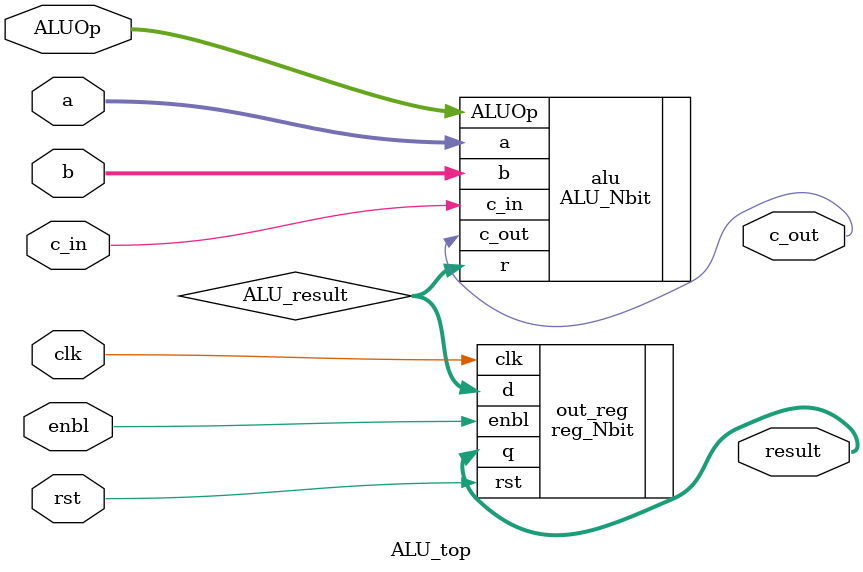
<source format=v>
`timescale 1ns / 1ps


module ALU_top #(parameter WIDTH = 32) (
    input [WIDTH-1:0] a,
    input [WIDTH-1:0] b,
    input [2:0] ALUOp,
    input c_in,
    input clk,
    input rst,
    input enbl,
    
    output [WIDTH-1:0] result,
    output c_out
);
    
    wire [WIDTH-1:0] ALU_result;
    
    ALU_Nbit #(.WIDTH(WIDTH)) alu (
        .a(a),
        .b(b),
        .ALUOp(ALUOp),
        .c_in(c_in),
        .r(ALU_result),
        .c_out(c_out)
    );
    
    reg_Nbit #(.WIDTH(WIDTH)) out_reg (
        .clk(clk),
        .rst(rst),
        .enbl(enbl),
        .d(ALU_result),
        .q(result)
    );
    
endmodule

</source>
